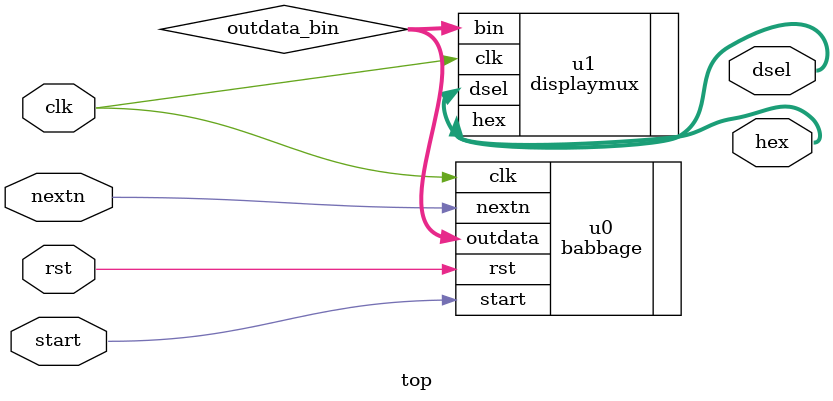
<source format=v>
`timescale 1ns / 1ps
module top(
    input clk,
    input rst,
    input start,
	 input nextn,
    output [6:0] hex,
    output [2:0] dsel
    );

	wire [9:0] outdata_bin;
	babbage u0 (.clk(clk), .rst(rst), .start(start), .nextn(nextn), .outdata(outdata_bin));
	displaymux u1 (.bin(outdata_bin), .clk(clk), .hex(hex), .dsel(dsel));

endmodule

</source>
